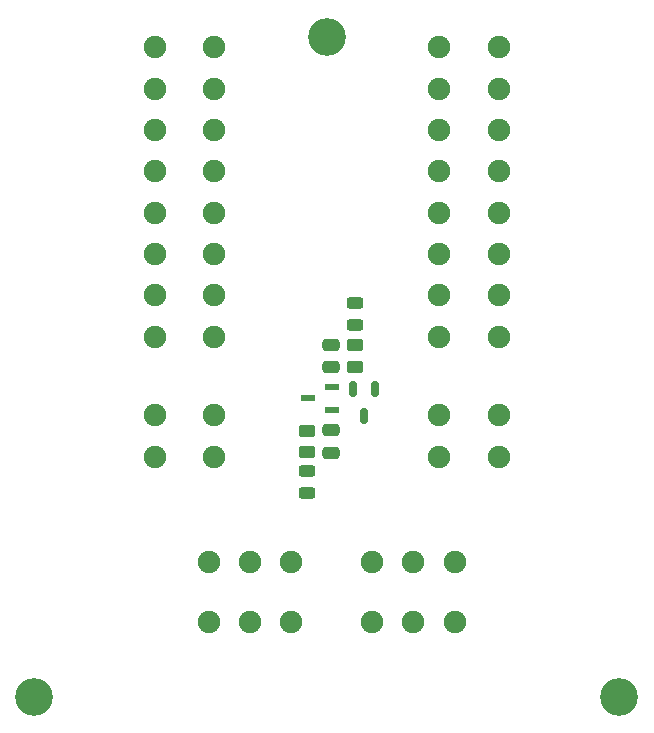
<source format=gts>
G04 #@! TF.GenerationSoftware,KiCad,Pcbnew,9.0.0*
G04 #@! TF.CreationDate,2025-02-28T23:21:34-08:00*
G04 #@! TF.ProjectId,Constellation STAR ITC V1.1,436f6e73-7465-46c6-9c61-74696f6e2053,rev?*
G04 #@! TF.SameCoordinates,Original*
G04 #@! TF.FileFunction,Soldermask,Top*
G04 #@! TF.FilePolarity,Negative*
%FSLAX46Y46*%
G04 Gerber Fmt 4.6, Leading zero omitted, Abs format (unit mm)*
G04 Created by KiCad (PCBNEW 9.0.0) date 2025-02-28 23:21:34*
%MOMM*%
%LPD*%
G01*
G04 APERTURE LIST*
G04 Aperture macros list*
%AMRoundRect*
0 Rectangle with rounded corners*
0 $1 Rounding radius*
0 $2 $3 $4 $5 $6 $7 $8 $9 X,Y pos of 4 corners*
0 Add a 4 corners polygon primitive as box body*
4,1,4,$2,$3,$4,$5,$6,$7,$8,$9,$2,$3,0*
0 Add four circle primitives for the rounded corners*
1,1,$1+$1,$2,$3*
1,1,$1+$1,$4,$5*
1,1,$1+$1,$6,$7*
1,1,$1+$1,$8,$9*
0 Add four rect primitives between the rounded corners*
20,1,$1+$1,$2,$3,$4,$5,0*
20,1,$1+$1,$4,$5,$6,$7,0*
20,1,$1+$1,$6,$7,$8,$9,0*
20,1,$1+$1,$8,$9,$2,$3,0*%
G04 Aperture macros list end*
%ADD10C,1.900000*%
%ADD11C,3.200000*%
%ADD12RoundRect,0.250000X0.450000X-0.262500X0.450000X0.262500X-0.450000X0.262500X-0.450000X-0.262500X0*%
%ADD13R,1.250000X0.600000*%
%ADD14RoundRect,0.250000X0.475000X-0.250000X0.475000X0.250000X-0.475000X0.250000X-0.475000X-0.250000X0*%
%ADD15RoundRect,0.250000X-0.450000X0.262500X-0.450000X-0.262500X0.450000X-0.262500X0.450000X0.262500X0*%
%ADD16RoundRect,0.243750X-0.456250X0.243750X-0.456250X-0.243750X0.456250X-0.243750X0.456250X0.243750X0*%
%ADD17RoundRect,0.243750X0.456250X-0.243750X0.456250X0.243750X-0.456250X0.243750X-0.456250X-0.243750X0*%
%ADD18RoundRect,0.150000X-0.150000X0.512500X-0.150000X-0.512500X0.150000X-0.512500X0.150000X0.512500X0*%
%ADD19RoundRect,0.250000X-0.475000X0.250000X-0.475000X-0.250000X0.475000X-0.250000X0.475000X0.250000X0*%
G04 APERTURE END LIST*
D10*
X44450000Y-61270000D03*
X39450000Y-61270000D03*
X44450000Y-64770000D03*
X39450000Y-64770000D03*
D11*
X78740000Y-85090000D03*
D12*
X56360000Y-57154999D03*
X56360000Y-55329999D03*
D13*
X54430000Y-60780000D03*
X54430000Y-58880000D03*
X52329999Y-59830000D03*
D14*
X54329999Y-57179999D03*
X54329999Y-55280001D03*
D11*
X29210000Y-85090000D03*
D15*
X52279999Y-62567499D03*
X52279999Y-64392499D03*
D10*
X63500000Y-64770000D03*
X68500000Y-64770000D03*
X63500000Y-61270000D03*
X68500000Y-61270000D03*
X63500000Y-54610000D03*
X68500000Y-54610000D03*
X63500000Y-51109999D03*
X68500000Y-51109999D03*
X63500000Y-47609998D03*
X68500000Y-47609998D03*
X63500000Y-44109998D03*
X68500000Y-44109998D03*
X63500000Y-40609997D03*
X68500000Y-40609997D03*
X63500000Y-37109997D03*
X68500000Y-37109997D03*
X63500000Y-33609996D03*
X68500000Y-33609996D03*
X63500000Y-30109995D03*
X68500000Y-30109995D03*
D16*
X56360000Y-51754998D03*
X56360000Y-53630000D03*
D10*
X43959999Y-73730000D03*
X43959999Y-78730000D03*
X47459999Y-73730000D03*
X47459999Y-78730000D03*
X50960000Y-73730000D03*
X50960000Y-78730000D03*
D17*
X52279999Y-67867500D03*
X52279999Y-65992498D03*
D18*
X58079998Y-59012500D03*
X56180000Y-59012500D03*
X57129999Y-61287500D03*
D19*
X54279999Y-62530000D03*
X54279999Y-64429998D03*
D10*
X57799999Y-73730000D03*
X57799999Y-78730000D03*
X61299999Y-73730000D03*
X61299999Y-78730000D03*
X64800000Y-73730000D03*
X64800000Y-78730000D03*
D11*
X53975000Y-29210000D03*
D10*
X44450000Y-30109995D03*
X39450000Y-30109995D03*
X44450000Y-33609996D03*
X39450000Y-33609996D03*
X44450000Y-37109997D03*
X39450000Y-37109997D03*
X44450000Y-40609997D03*
X39450000Y-40609997D03*
X44450000Y-44109998D03*
X39450000Y-44109998D03*
X44450000Y-47609998D03*
X39450000Y-47609998D03*
X44450000Y-51109999D03*
X39450000Y-51109999D03*
X44450000Y-54610000D03*
X39450000Y-54610000D03*
M02*

</source>
